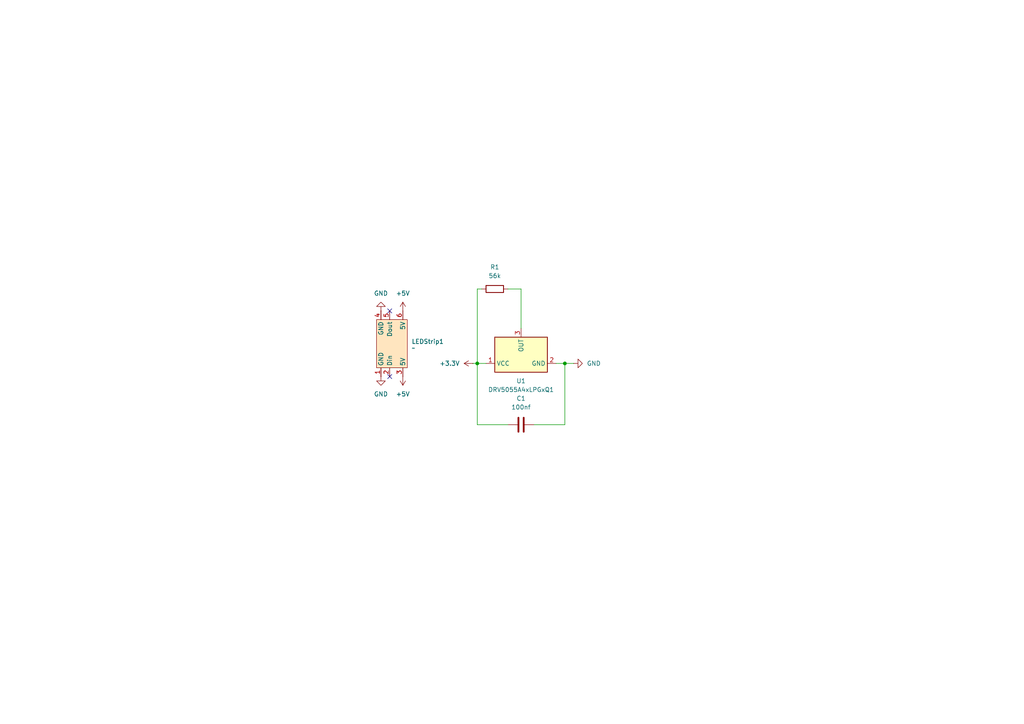
<source format=kicad_sch>
(kicad_sch (version 20231120) (generator "eeschema") (generator_version "8.0")
  (paper "A4")
  (lib_symbols
    (symbol "Device:C" (pin_numbers hide) (pin_names (offset 0.254))
      (property "Reference" "C" (at 0.635 2.54 0))
      (property "Value" "C" (at 0.635 -2.54 0))
      (symbol "C_0_1"
        (polyline (pts (xy -2.032 -0.762) (xy 2.032 -0.762)) (stroke (width 0.508)))
        (polyline (pts (xy -2.032 0.762) (xy 2.032 0.762)) (stroke (width 0.508)))
      )
      (symbol "C_1_1"
        (pin passive line (at 0 3.81 270) (length 2.794) (name "~") (number "1"))
        (pin passive line (at 0 -3.81 90) (length 2.794) (name "~") (number "2"))
      )
    )
    (symbol "Device:R" (pin_numbers hide) (pin_names (offset 0))
      (property "Reference" "R" (at 2.032 0 90))
      (property "Value" "R" (at 0 0 90))
      (symbol "R_0_1"
        (rectangle (start -1.016 -2.54) (end 1.016 2.54) (stroke (width 0.254)))
      )
      (symbol "R_1_1"
        (pin passive line (at 0 3.81 270) (length 1.27) (name "~") (number "1"))
        (pin passive line (at 0 -3.81 90) (length 1.27) (name "~") (number "2"))
      )
    )
    (symbol "Sensor_Magnetic:DRV5055A4xLPGxQ1"
      (property "Reference" "U" (at 5.08 12.7 0))
      (property "Value" "DRV5055A4xLPGxQ1" (at 7.62 10.16 0))
      (symbol "DRV5055A4xLPGxQ1_1_1"
        (rectangle (start -5.08 7.62) (end 5.08 -7.62) (stroke (width 0.254)) (fill (type background)))
        (pin power_in line (at -2.54 10.16 270) (length 2.54) (name "VCC") (number "1"))
        (pin power_in line (at -2.54 -10.16 90) (length 2.54) (name "GND") (number "2"))
        (pin output line (at 7.62 0 180) (length 2.54) (name "OUT") (number "3"))
      )
    )
    (symbol "custom:ws2812b-led-strip"
      (property "Reference" "LEDStrip" (at 0.254 3.81 0))
      (symbol "ws2812b-led-strip_1_1"
        (rectangle (start -2.54 1.27) (end 11.43 -7.62) (fill (type color) (color 255 229 191 1)))
        (pin input line (at -5.08 0 0) (length 2.54) (name "GND") (number "1"))
        (pin input line (at -5.08 -2.54 0) (length 2.54) (name "Din") (number "2"))
        (pin input line (at -5.08 -6.35 0) (length 2.54) (name "5V") (number "3"))
        (pin input line (at 13.97 0 180) (length 2.54) (name "GND") (number "4"))
        (pin output line (at 13.97 -2.54 180) (length 2.54) (name "Dout") (number "5"))
        (pin output line (at 13.97 -6.35 180) (length 2.54) (name "5V") (number "6"))
      )
    )
    (symbol "power:+3.3V" (power) (pin_numbers hide) (pin_names (offset 0) hide)
      (property "Value" "+3.3V" (at 0 3.556 0))
      (symbol "+3.3V_0_1"
        (polyline (pts (xy -0.762 1.27) (xy 0 2.54)))
        (polyline (pts (xy 0 0) (xy 0 2.54)))
        (polyline (pts (xy 0 2.54) (xy 0.762 1.27)))
      )
      (symbol "+3.3V_1_1"
        (pin power_in line (at 0 0 90) (length 0) (name "~") (number "1"))
      )
    )
    (symbol "power:+5V" (power) (pin_numbers hide) (pin_names (offset 0) hide)
      (property "Value" "+5V" (at 0 3.556 0))
      (symbol "+5V_0_1"
        (polyline (pts (xy -0.762 1.27) (xy 0 2.54)))
        (polyline (pts (xy 0 0) (xy 0 2.54)))
        (polyline (pts (xy 0 2.54) (xy 0.762 1.27)))
      )
      (symbol "+5V_1_1"
        (pin power_in line (at 0 0 90) (length 0) (name "~") (number "1"))
      )
    )
    (symbol "power:GND" (power) (pin_numbers hide) (pin_names (offset 0) hide)
      (property "Value" "GND" (at 0 -3.81 0))
      (symbol "GND_0_1"
        (polyline (pts (xy 0 0) (xy 0 -1.27) (xy 1.27 -1.27) (xy 0 -2.54) (xy -1.27 -1.27) (xy 0 -1.27)))
      )
      (symbol "GND_1_1"
        (pin power_in line (at 0 0 270) (length 0) (name "~") (number "1"))
      )
    )
  )
  (junction (at 138.43 105.41))
  (junction (at 163.83 105.41))
  (no_connect (at 113.03 109.22))
  (no_connect (at 113.03 90.17))
  (wire (pts (xy 138.43 83.82) (xy 138.43 105.41)))
  (wire (pts (xy 161.29 105.41) (xy 163.83 105.41)))
  (wire (pts (xy 138.43 123.19) (xy 138.43 105.41)))
  (wire (pts (xy 163.83 105.41) (xy 163.83 123.19)))
  (wire (pts (xy 138.43 105.41) (xy 140.97 105.41)))
  (wire (pts (xy 139.7 83.82) (xy 138.43 83.82)))
  (wire (pts (xy 154.94 123.19) (xy 163.83 123.19)))
  (wire (pts (xy 147.32 123.19) (xy 138.43 123.19)))
  (wire (pts (xy 151.13 83.82) (xy 147.32 83.82)))
  (wire (pts (xy 137.16 105.41) (xy 138.43 105.41)))
  (wire (pts (xy 151.13 95.25) (xy 151.13 83.82)))
  (wire (pts (xy 163.83 105.41) (xy 166.37 105.41)))
  (symbol (lib_id "custom:ws2812b-led-strip") (at 110.49 104.14 90) (unit 1)
    (property "Reference" "LEDStrip1" (at 119.38 99.0599 90) (effects (justify right)))
    (property "Value" "~" (at 119.38 100.965 90) (effects (justify right)))
    (property "Footprint" "custom:ws2812bLEDStrip" (effects (hide yes)))
  )
  (symbol (lib_id "power:+5V") (at 116.84 90.17 0) (unit 1)
    (property "Reference" "#PWR05" (effects (hide yes)))
    (property "Value" "+5V" (at 116.84 85.09 0))
    (property "Description" "Power symbol creates a global label with name \"+5V\"" (effects (hide yes)))
  )
  (symbol (lib_id "power:+3.3V") (at 137.16 105.41 90) (unit 1)
    (property "Reference" "#PWR01" (effects (hide yes)))
    (property "Value" "+3.3V" (at 133.35 105.4099 90) (effects (justify left)))
    (property "Description" "Power symbol creates a global label with name \"+3.3V\"" (effects (hide yes)))
  )
  (symbol (lib_id "power:GND") (at 110.49 109.22 0) (unit 1)
    (property "Reference" "#PWR03" (effects (hide yes)))
    (property "Value" "GND" (at 110.49 114.3 0))
    (property "Description" "Power symbol creates a global label with name \"GND\" , ground" (effects (hide yes)))
  )
  (symbol (lib_id "Device:R") (at 143.51 83.82 90) (unit 1)
    (property "Reference" "R1" (at 143.51 77.47 90))
    (property "Value" "56k" (at 143.51 80.01 90))
    (property "Footprint" "Resistor_THT:R_Axial_DIN0207_L6.3mm_D2.5mm_P7.62mm_Horizontal" (effects (hide yes)))
    (property "Description" "Resistor" (effects (hide yes)))
  )
  (symbol (lib_id "power:GND") (at 166.37 105.41 90) (unit 1)
    (property "Reference" "#PWR02" (effects (hide yes)))
    (property "Value" "GND" (at 170.18 105.4099 90) (effects (justify right)))
    (property "Description" "Power symbol creates a global label with name \"GND\" , ground" (effects (hide yes)))
  )
  (symbol (lib_id "Sensor_Magnetic:DRV5055A4xLPGxQ1") (at 151.13 102.87 90) (unit 1)
    (property "Reference" "U1" (at 151.13 110.49 90))
    (property "Value" "DRV5055A4xLPGxQ1" (at 151.13 113.03 90))
    (property "Footprint" "Package_TO_SOT_THT:TO-92_HandSolder" (effects (hide yes)))
    (property "Datasheet" "https://www.ti.com/lit/ds/symlink/drv5055-q1.pdf" (effects (hide yes)))
    (property "Description" "12.5mV/mT,±169-mT, 20-kHz, 3.3/5V, TO-92" (effects (hide yes)))
  )
  (symbol (lib_id "Device:C") (at 151.13 123.19 90) (unit 1)
    (property "Reference" "C1" (at 151.13 115.57 90))
    (property "Value" "100nf" (at 151.13 118.11 90))
    (property "Footprint" "Capacitor_THT:C_Axial_L3.8mm_D2.6mm_P7.50mm_Horizontal" (effects (hide yes)))
    (property "Description" "Unpolarized capacitor" (effects (hide yes)))
  )
  (symbol (lib_id "power:+5V") (at 116.84 109.22 180) (unit 1)
    (property "Reference" "#PWR06" (effects (hide yes)))
    (property "Value" "+5V" (at 116.84 114.3 0))
    (property "Description" "Power symbol creates a global label with name \"+5V\"" (effects (hide yes)))
  )
  (symbol (lib_id "power:GND") (at 110.49 90.17 180) (unit 1)
    (property "Reference" "#PWR04" (effects (hide yes)))
    (property "Value" "GND" (at 110.49 85.09 0))
    (property "Description" "Power symbol creates a global label with name \"GND\" , ground" (effects (hide yes)))
  )
)
</source>
